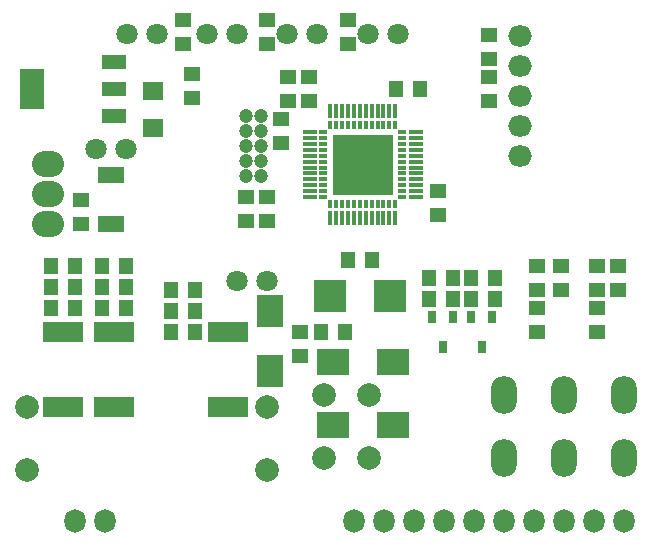
<source format=gbs>
G04*
G04 #@! TF.GenerationSoftware,Altium Limited,Altium Designer,23.5.1 (21)*
G04*
G04 Layer_Color=16711935*
%FSLAX44Y44*%
%MOMM*%
G71*
G04*
G04 #@! TF.SameCoordinates,1C69412E-B372-4F46-9B7E-F97621244732*
G04*
G04*
G04 #@! TF.FilePolarity,Negative*
G04*
G01*
G75*
%ADD11C,2.0032*%
%ADD12O,2.2032X3.2032*%
%ADD13C,1.8032*%
%ADD14O,1.8032X2.0032*%
%ADD15O,2.7032X2.2032*%
%ADD16O,2.0032X1.8032*%
%ADD17C,1.2032*%
%ADD46R,1.4532X1.2032*%
%ADD47R,1.2032X1.4532*%
%ADD48R,2.7032X2.2032*%
%ADD49R,0.4532X1.3032*%
%ADD50R,1.3032X0.4532*%
%ADD51R,0.4532X0.7532*%
%ADD52R,0.7532X0.4532*%
%ADD53R,2.2032X2.2032*%
%ADD54R,5.2032X5.2032*%
%ADD55R,3.4032X1.8032*%
%ADD56R,2.2032X1.4532*%
%ADD57R,2.0032X1.2032*%
%ADD58R,2.0032X3.5032*%
%ADD59R,0.8032X1.0032*%
%ADD60R,2.2032X2.7032*%
%ADD61R,1.8032X1.6032*%
%ADD62R,2.7032X2.7032*%
D11*
X12700Y111760D02*
D03*
X215900D02*
D03*
Y58420D02*
D03*
X12700D02*
D03*
X264160Y68580D02*
D03*
X302260D02*
D03*
X264160Y121920D02*
D03*
X302260D02*
D03*
D12*
X518160Y68580D02*
D03*
X467360D02*
D03*
X416560D02*
D03*
X518160Y121920D02*
D03*
X467360D02*
D03*
X416560D02*
D03*
D13*
X97300Y427500D02*
D03*
X122700D02*
D03*
X190500D02*
D03*
X165100D02*
D03*
X258300D02*
D03*
X232900D02*
D03*
X326100D02*
D03*
X300700D02*
D03*
X96520Y330200D02*
D03*
X71120D02*
D03*
X215900Y218440D02*
D03*
X190500D02*
D03*
D14*
X492760Y15240D02*
D03*
X518160D02*
D03*
X467360D02*
D03*
X441960D02*
D03*
X289560D02*
D03*
X314960D02*
D03*
X365760D02*
D03*
X340360D02*
D03*
X416560D02*
D03*
X391160D02*
D03*
X78740D02*
D03*
X53340D02*
D03*
D15*
X30480Y266700D02*
D03*
Y292100D02*
D03*
Y317500D02*
D03*
D16*
X430000Y375000D02*
D03*
Y425800D02*
D03*
Y400400D02*
D03*
Y349600D02*
D03*
Y324200D02*
D03*
D17*
X210820Y307340D02*
D03*
X198120D02*
D03*
Y320040D02*
D03*
X210820D02*
D03*
X198120Y332740D02*
D03*
X210820D02*
D03*
X198120Y345440D02*
D03*
X210820D02*
D03*
X198120Y358140D02*
D03*
X210820D02*
D03*
D46*
X360680Y294640D02*
D03*
Y274320D02*
D03*
X243840Y154940D02*
D03*
Y175260D02*
D03*
X444500Y231140D02*
D03*
Y210820D02*
D03*
X144780Y439420D02*
D03*
Y419100D02*
D03*
X152400Y393700D02*
D03*
Y373380D02*
D03*
X215900Y439420D02*
D03*
Y419100D02*
D03*
X284480Y439420D02*
D03*
Y419100D02*
D03*
X251460Y391160D02*
D03*
Y370840D02*
D03*
X233680Y391160D02*
D03*
Y370840D02*
D03*
X198120Y269240D02*
D03*
Y289560D02*
D03*
X513080Y210820D02*
D03*
Y231140D02*
D03*
X444500Y175260D02*
D03*
Y195580D02*
D03*
X495300Y175260D02*
D03*
Y195580D02*
D03*
X227350Y355600D02*
D03*
Y335280D02*
D03*
X215900Y269240D02*
D03*
Y289560D02*
D03*
X403860Y391160D02*
D03*
Y370840D02*
D03*
Y426720D02*
D03*
Y406400D02*
D03*
X58420Y287020D02*
D03*
Y266700D02*
D03*
X495300Y210820D02*
D03*
Y231140D02*
D03*
X464820Y210820D02*
D03*
Y231140D02*
D03*
D47*
X261620Y175260D02*
D03*
X281940D02*
D03*
X154940Y193040D02*
D03*
X134620D02*
D03*
X154940Y175260D02*
D03*
X134620D02*
D03*
X53340Y195580D02*
D03*
X33020D02*
D03*
Y213360D02*
D03*
X53340D02*
D03*
X96520D02*
D03*
X76200D02*
D03*
Y195580D02*
D03*
X96520D02*
D03*
X353060Y203200D02*
D03*
X373380D02*
D03*
X408940Y220980D02*
D03*
X388620D02*
D03*
X408940Y203200D02*
D03*
X388620D02*
D03*
X373380Y220980D02*
D03*
X353060D02*
D03*
X284480Y236220D02*
D03*
X304800D02*
D03*
X345440Y381000D02*
D03*
X325120D02*
D03*
X33020Y231140D02*
D03*
X53340D02*
D03*
X96520D02*
D03*
X76200D02*
D03*
X154940Y210820D02*
D03*
X134620D02*
D03*
D48*
X322580Y149860D02*
D03*
X271780D02*
D03*
X322580Y96520D02*
D03*
X271780D02*
D03*
D49*
X324200Y362140D02*
D03*
X319200D02*
D03*
X314200D02*
D03*
X309200D02*
D03*
X304200D02*
D03*
X299200D02*
D03*
X294200D02*
D03*
X289200D02*
D03*
X284200D02*
D03*
X279200D02*
D03*
X274200D02*
D03*
X269200D02*
D03*
X269200Y272140D02*
D03*
X274200D02*
D03*
X279200D02*
D03*
X284200D02*
D03*
X289200D02*
D03*
X294200D02*
D03*
X299200D02*
D03*
X304200D02*
D03*
X309200D02*
D03*
X314200D02*
D03*
X319200D02*
D03*
X324200D02*
D03*
D50*
X251700Y289640D02*
D03*
Y294640D02*
D03*
Y299640D02*
D03*
Y304640D02*
D03*
Y309640D02*
D03*
Y314640D02*
D03*
Y319640D02*
D03*
Y324640D02*
D03*
Y329640D02*
D03*
Y334640D02*
D03*
Y339640D02*
D03*
Y344640D02*
D03*
X341700D02*
D03*
Y339640D02*
D03*
Y334640D02*
D03*
Y329640D02*
D03*
Y324640D02*
D03*
Y319640D02*
D03*
Y314640D02*
D03*
Y309640D02*
D03*
Y304640D02*
D03*
Y299640D02*
D03*
Y294640D02*
D03*
Y289640D02*
D03*
D51*
X324200Y283640D02*
D03*
X319200D02*
D03*
X314200D02*
D03*
X309200D02*
D03*
X304200D02*
D03*
X299200D02*
D03*
X294200D02*
D03*
X289200D02*
D03*
X284200D02*
D03*
X279200D02*
D03*
X274200D02*
D03*
X269200D02*
D03*
Y350640D02*
D03*
X274200D02*
D03*
X279200D02*
D03*
X284200D02*
D03*
X289200D02*
D03*
X294200D02*
D03*
X299200D02*
D03*
X304200D02*
D03*
X309200D02*
D03*
X314200D02*
D03*
X319200D02*
D03*
X324200D02*
D03*
D52*
X263200Y289640D02*
D03*
Y294640D02*
D03*
Y299640D02*
D03*
Y304640D02*
D03*
Y309640D02*
D03*
Y314640D02*
D03*
Y319640D02*
D03*
Y324640D02*
D03*
Y329640D02*
D03*
Y334640D02*
D03*
Y339640D02*
D03*
Y344640D02*
D03*
X330200D02*
D03*
Y339640D02*
D03*
Y334640D02*
D03*
Y329640D02*
D03*
Y324640D02*
D03*
Y319640D02*
D03*
Y314640D02*
D03*
Y309640D02*
D03*
Y304640D02*
D03*
Y299640D02*
D03*
Y294640D02*
D03*
Y289640D02*
D03*
D53*
X309200Y304640D02*
D03*
X284200D02*
D03*
Y329640D02*
D03*
X309200D02*
D03*
D54*
X296700Y317140D02*
D03*
D55*
X43180Y111760D02*
D03*
Y175260D02*
D03*
X86360Y111760D02*
D03*
Y175260D02*
D03*
X182880D02*
D03*
Y111760D02*
D03*
D56*
X83820Y308610D02*
D03*
Y266700D02*
D03*
D57*
X86360Y403860D02*
D03*
Y381000D02*
D03*
Y358140D02*
D03*
D58*
X16510Y381000D02*
D03*
D59*
X355600Y187960D02*
D03*
X364490Y162560D02*
D03*
X373380Y187960D02*
D03*
X406400D02*
D03*
X397510Y162560D02*
D03*
X388620Y187960D02*
D03*
D60*
X218440Y142240D02*
D03*
Y193040D02*
D03*
D61*
X119380Y379730D02*
D03*
Y347980D02*
D03*
D62*
X269240Y205740D02*
D03*
X320040D02*
D03*
M02*

</source>
